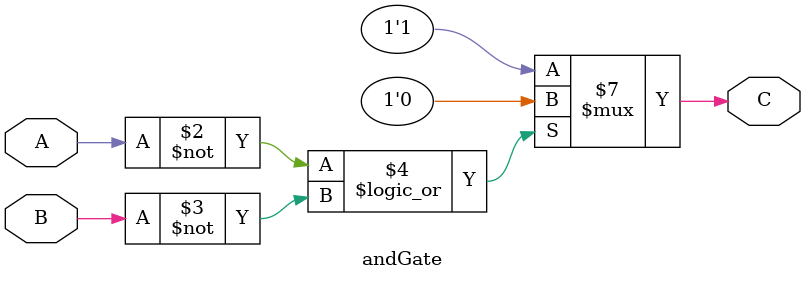
<source format=v>
module andGate(A, B, C);

	input A;
	input B;

	output reg C;

	initial
	begin
		C = 0;
	end

	always@(A or B)
	begin

		if(A == 0 || B == 0) begin	
			C = 0;
		end

		else begin
			C = 1;
		end
			
	end

endmodule
</source>
